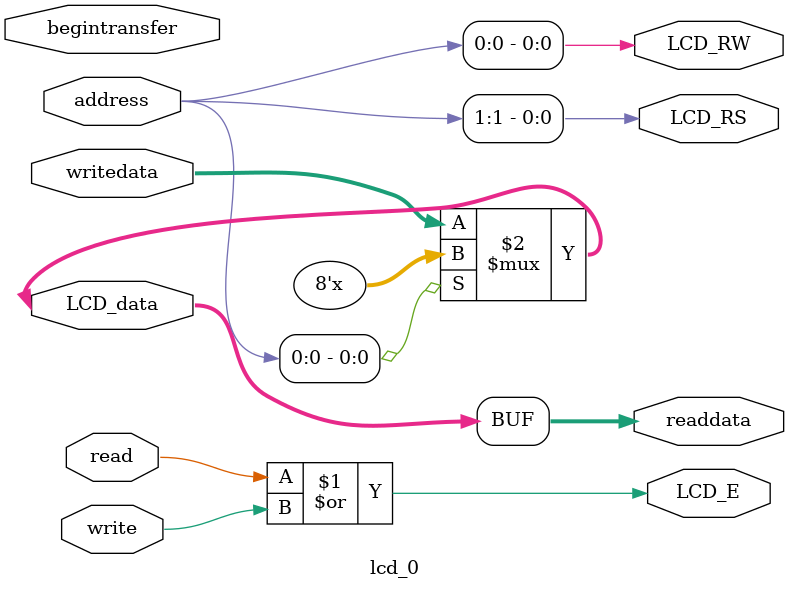
<source format=v>

`timescale 1ns / 1ps
// synthesis translate_on

// turn off superfluous verilog processor warnings 
// altera message_level Level1 
// altera message_off 10034 10035 10036 10037 10230 10240 10030 

module lcd_0 (
               // inputs:
                address,
                begintransfer,
                read,
                write,
                writedata,

               // outputs:
                LCD_E,
                LCD_RS,
                LCD_RW,
                LCD_data,
                readdata
             )
;

  output           LCD_E;
  output           LCD_RS;
  output           LCD_RW;
  inout   [  7: 0] LCD_data;
  output  [  7: 0] readdata;
  input   [  1: 0] address;
  input            begintransfer;
  input            read;
  input            write;
  input   [  7: 0] writedata;

  wire             LCD_E;
  wire             LCD_RS;
  wire             LCD_RW;
  wire    [  7: 0] LCD_data;
  wire    [  7: 0] readdata;
  assign LCD_RW = address[0];
  assign LCD_RS = address[1];
  assign LCD_E = read | write;
  assign LCD_data = (address[0]) ? 8'bz : writedata;
  assign readdata = LCD_data;
  //control_slave, which is an e_avalon_slave

endmodule


</source>
